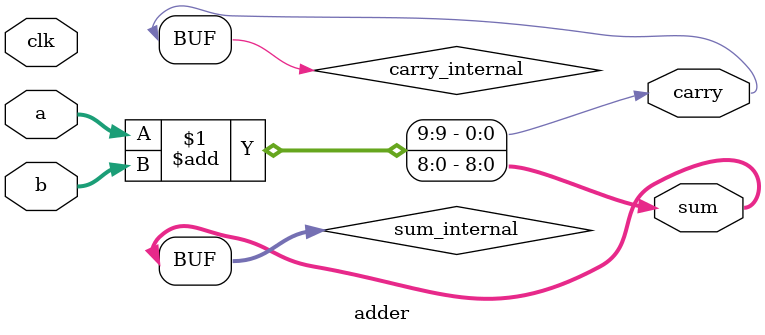
<source format=v>
module adder (
	input 		 clk, 
    input  [8:0] a,      
    input  [8:0] b,     
    output [8:0] sum,    
    output        carry   
);

    wire [8:0] sum_internal;
    wire        carry_internal;

    reg  [8:0] sum_negated;
    reg         carry_negated;

    assign {carry_internal, sum_internal} = a + b;
    assign sum  = sum_internal;
    assign carry = carry_internal;

    always @(posedge clk) begin
        sum_negated   <= ~sum_internal;
        carry_negated <= ~carry_internal;
    end

endmodule

</source>
